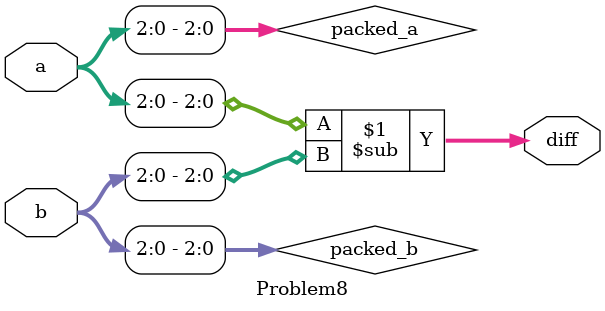
<source format=sv>
module Problem8(input [3:0] a, b, output [3:0] diff);
  struct packed {
    bit x;
    bit y;
    bit z;
  } packed_a, packed_b;
  assign packed_a = {1'b0, a};
  assign packed_b = {1'b0, b};
  assign diff = packed_a - packed_b;
endmodule
</source>
